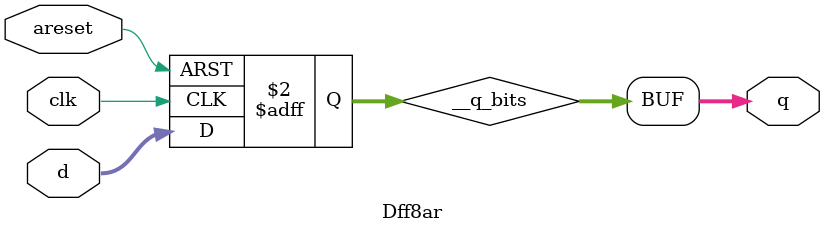
<source format=sv>
module Dff8ar(
  input  wire       clk,
                    areset,
  input  wire [7:0] d,
  output wire [7:0] q
);

  // Variables for output ports
  logic [7:0] __q_bits;

  // @seq update_ff():
  always @(posedge clk or posedge areset) begin
    if (areset)
      __q_bits <= 8'h0;
    else
      __q_bits <= d;
  end // always @(posedge, posedge)

  assign q = __q_bits;
endmodule

</source>
